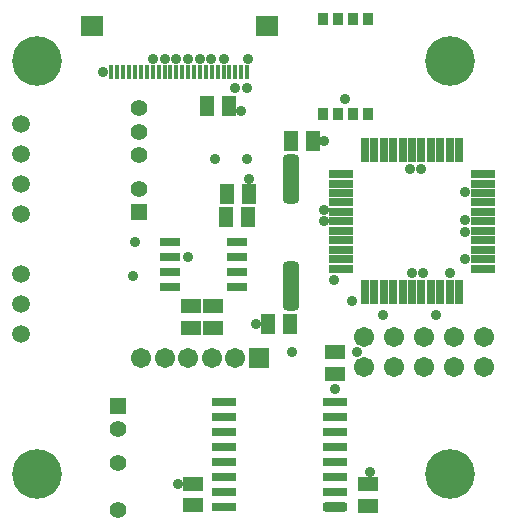
<source format=gts>
G04*
G04 #@! TF.GenerationSoftware,Altium Limited,Altium Designer,23.11.1 (41)*
G04*
G04 Layer_Color=8388736*
%FSLAX43Y43*%
%MOMM*%
G71*
G04*
G04 #@! TF.SameCoordinates,D39783C5-6E33-4812-9A3B-6E021FC33A11*
G04*
G04*
G04 #@! TF.FilePolarity,Negative*
G04*
G01*
G75*
%ADD16R,1.253X1.703*%
%ADD17R,1.703X1.253*%
G04:AMPARAMS|DCode=18|XSize=1.403mm|YSize=4.203mm|CornerRadius=0.402mm|HoleSize=0mm|Usage=FLASHONLY|Rotation=180.000|XOffset=0mm|YOffset=0mm|HoleType=Round|Shape=RoundedRectangle|*
%AMROUNDEDRECTD18*
21,1,1.403,3.400,0,0,180.0*
21,1,0.600,4.203,0,0,180.0*
1,1,0.803,-0.300,1.700*
1,1,0.803,0.300,1.700*
1,1,0.803,0.300,-1.700*
1,1,0.803,-0.300,-1.700*
%
%ADD18ROUNDEDRECTD18*%
%ADD19R,1.803X0.803*%
G04:AMPARAMS|DCode=20|XSize=0.803mm|YSize=2.103mm|CornerRadius=0.252mm|HoleSize=0mm|Usage=FLASHONLY|Rotation=270.000|XOffset=0mm|YOffset=0mm|HoleType=Round|Shape=RoundedRectangle|*
%AMROUNDEDRECTD20*
21,1,0.803,1.600,0,0,270.0*
21,1,0.300,2.103,0,0,270.0*
1,1,0.503,-0.800,-0.150*
1,1,0.503,-0.800,0.150*
1,1,0.503,0.800,0.150*
1,1,0.503,0.800,-0.150*
%
%ADD20ROUNDEDRECTD20*%
%ADD21R,2.103X0.803*%
%ADD22R,0.703X2.003*%
%ADD23R,2.003X0.703*%
%ADD24R,0.963X1.093*%
%ADD25R,0.453X1.303*%
%ADD26R,1.903X1.703*%
%ADD27R,1.403X1.403*%
%ADD28C,1.403*%
%ADD29C,1.506*%
%ADD30C,1.703*%
%ADD31R,1.703X1.703*%
%ADD32C,4.203*%
%ADD33C,0.903*%
D16*
X19375Y36200D02*
D03*
X21225D02*
D03*
X22890Y26800D02*
D03*
X21040D02*
D03*
X28350Y33210D02*
D03*
X26500D02*
D03*
X22915Y28725D02*
D03*
X21065D02*
D03*
X24575Y17700D02*
D03*
X26425D02*
D03*
D17*
X18000Y17375D02*
D03*
Y19225D02*
D03*
X33025Y2300D02*
D03*
Y4150D02*
D03*
X19925Y17375D02*
D03*
Y19225D02*
D03*
X30254Y13517D02*
D03*
Y15367D02*
D03*
X18250Y4225D02*
D03*
Y2375D02*
D03*
D18*
X26500Y20975D02*
D03*
Y29975D02*
D03*
D19*
X16225Y23400D02*
D03*
Y22130D02*
D03*
Y20860D02*
D03*
X21940D02*
D03*
Y22130D02*
D03*
Y23400D02*
D03*
X16225Y24670D02*
D03*
X21940D02*
D03*
D20*
X30250Y2255D02*
D03*
D21*
Y3525D02*
D03*
Y4795D02*
D03*
Y6065D02*
D03*
Y7335D02*
D03*
Y8605D02*
D03*
Y9875D02*
D03*
Y11145D02*
D03*
X20850Y2255D02*
D03*
Y3525D02*
D03*
Y4795D02*
D03*
Y6065D02*
D03*
Y7335D02*
D03*
Y8605D02*
D03*
Y9875D02*
D03*
Y11145D02*
D03*
D22*
X39950Y20425D02*
D03*
Y32425D02*
D03*
X40750Y20425D02*
D03*
X39150D02*
D03*
X38350D02*
D03*
X37550D02*
D03*
X36750D02*
D03*
X35950D02*
D03*
X35150D02*
D03*
X34350D02*
D03*
X33550D02*
D03*
X32750D02*
D03*
X40750Y32425D02*
D03*
X32750D02*
D03*
X33550D02*
D03*
X34350D02*
D03*
X35150D02*
D03*
X35950D02*
D03*
X36750D02*
D03*
X37550D02*
D03*
X38350D02*
D03*
X39150D02*
D03*
D23*
X42750Y27225D02*
D03*
X30750D02*
D03*
X42750Y30425D02*
D03*
Y29625D02*
D03*
Y28825D02*
D03*
Y28025D02*
D03*
Y26425D02*
D03*
Y25625D02*
D03*
Y24825D02*
D03*
Y24025D02*
D03*
Y23225D02*
D03*
Y22425D02*
D03*
X30750Y28025D02*
D03*
Y28825D02*
D03*
Y29625D02*
D03*
Y30425D02*
D03*
Y26425D02*
D03*
Y25625D02*
D03*
Y22425D02*
D03*
Y23225D02*
D03*
Y24025D02*
D03*
Y24825D02*
D03*
D24*
X33017Y43550D02*
D03*
X30477Y35550D02*
D03*
X31747D02*
D03*
Y43550D02*
D03*
X30477D02*
D03*
X33017Y35550D02*
D03*
X29207Y43550D02*
D03*
X29207Y35550D02*
D03*
D25*
X22800Y39100D02*
D03*
X22300D02*
D03*
X21800D02*
D03*
X21300D02*
D03*
X20800D02*
D03*
X20300D02*
D03*
X19800D02*
D03*
X19300D02*
D03*
X18800D02*
D03*
X18300D02*
D03*
X17800D02*
D03*
X17300D02*
D03*
X16800D02*
D03*
X16300D02*
D03*
X15800D02*
D03*
X15300D02*
D03*
X14800D02*
D03*
X14300D02*
D03*
X13800D02*
D03*
X13300D02*
D03*
X12800D02*
D03*
X12300D02*
D03*
X11800D02*
D03*
X11300D02*
D03*
D26*
X9650Y43000D02*
D03*
X24450D02*
D03*
D27*
X13625Y27200D02*
D03*
X11825Y10800D02*
D03*
D28*
X13625Y29200D02*
D03*
Y32000D02*
D03*
Y36000D02*
D03*
Y34000D02*
D03*
X11825Y2000D02*
D03*
Y6000D02*
D03*
Y8800D02*
D03*
D29*
X3645Y16860D02*
D03*
Y19400D02*
D03*
Y21940D02*
D03*
Y27020D02*
D03*
Y29560D02*
D03*
Y32100D02*
D03*
Y34640D02*
D03*
D30*
X32705Y16615D02*
D03*
X35245D02*
D03*
X37785D02*
D03*
Y14075D02*
D03*
X35245D02*
D03*
X32705D02*
D03*
X40325Y16615D02*
D03*
X42865D02*
D03*
Y14075D02*
D03*
X40325D02*
D03*
X15800Y14842D02*
D03*
X13800D02*
D03*
X21800D02*
D03*
X19800D02*
D03*
X17800D02*
D03*
D31*
X23800D02*
D03*
D32*
X5000Y40000D02*
D03*
X40000D02*
D03*
Y5000D02*
D03*
X5000D02*
D03*
D33*
X32104Y15367D02*
D03*
X37550Y30875D02*
D03*
X20075Y31675D02*
D03*
X22271Y35734D02*
D03*
X22940Y29975D02*
D03*
X34295Y18453D02*
D03*
X38805D02*
D03*
X22766Y31675D02*
D03*
X26608Y15367D02*
D03*
X41225Y25525D02*
D03*
X36625Y30895D02*
D03*
X37650Y22036D02*
D03*
X36750D02*
D03*
X41234Y28925D02*
D03*
X41237Y26518D02*
D03*
X29340Y33210D02*
D03*
X30125Y21475D02*
D03*
X29275Y27364D02*
D03*
Y26464D02*
D03*
X13110Y21800D02*
D03*
X13321Y24650D02*
D03*
X23525Y17700D02*
D03*
X22800Y37700D02*
D03*
X21800D02*
D03*
X31680Y19650D02*
D03*
X17775Y23400D02*
D03*
X30254Y12243D02*
D03*
X39950Y22075D02*
D03*
X41225Y23275D02*
D03*
X31112Y36812D02*
D03*
X33175Y5200D02*
D03*
X10550Y39100D02*
D03*
X14800Y40150D02*
D03*
X16800D02*
D03*
X15800D02*
D03*
X22900D02*
D03*
X20800D02*
D03*
X18800D02*
D03*
X17800D02*
D03*
X19775D02*
D03*
X16975Y4225D02*
D03*
M02*

</source>
